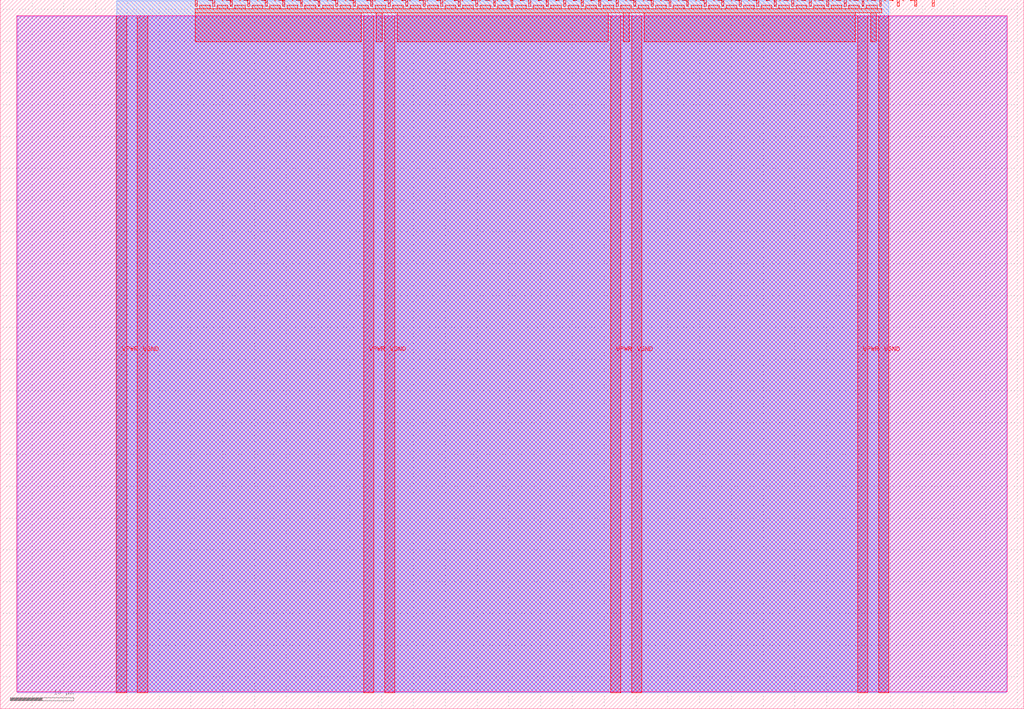
<source format=lef>
VERSION 5.7 ;
  NOWIREEXTENSIONATPIN ON ;
  DIVIDERCHAR "/" ;
  BUSBITCHARS "[]" ;
MACRO tt_um_wokwi_442977461173659649
  CLASS BLOCK ;
  FOREIGN tt_um_wokwi_442977461173659649 ;
  ORIGIN 0.000 0.000 ;
  SIZE 161.000 BY 111.520 ;
  PIN VGND
    DIRECTION INOUT ;
    USE GROUND ;
    PORT
      LAYER met4 ;
        RECT 21.580 2.480 23.180 109.040 ;
    END
    PORT
      LAYER met4 ;
        RECT 60.450 2.480 62.050 109.040 ;
    END
    PORT
      LAYER met4 ;
        RECT 99.320 2.480 100.920 109.040 ;
    END
    PORT
      LAYER met4 ;
        RECT 138.190 2.480 139.790 109.040 ;
    END
  END VGND
  PIN VPWR
    DIRECTION INOUT ;
    USE POWER ;
    PORT
      LAYER met4 ;
        RECT 18.280 2.480 19.880 109.040 ;
    END
    PORT
      LAYER met4 ;
        RECT 57.150 2.480 58.750 109.040 ;
    END
    PORT
      LAYER met4 ;
        RECT 96.020 2.480 97.620 109.040 ;
    END
    PORT
      LAYER met4 ;
        RECT 134.890 2.480 136.490 109.040 ;
    END
  END VPWR
  PIN clk
    DIRECTION INPUT ;
    USE SIGNAL ;
    PORT
      LAYER met4 ;
        RECT 143.830 110.520 144.130 111.520 ;
    END
  END clk
  PIN ena
    DIRECTION INPUT ;
    USE SIGNAL ;
    PORT
      LAYER met4 ;
        RECT 146.590 110.520 146.890 111.520 ;
    END
  END ena
  PIN rst_n
    DIRECTION INPUT ;
    USE SIGNAL ;
    PORT
      LAYER met4 ;
        RECT 141.070 110.520 141.370 111.520 ;
    END
  END rst_n
  PIN ui_in[0]
    DIRECTION INPUT ;
    USE SIGNAL ;
    ANTENNAGATEAREA 0.196500 ;
    PORT
      LAYER met4 ;
        RECT 138.310 110.520 138.610 111.520 ;
    END
  END ui_in[0]
  PIN ui_in[1]
    DIRECTION INPUT ;
    USE SIGNAL ;
    ANTENNAGATEAREA 0.196500 ;
    PORT
      LAYER met4 ;
        RECT 135.550 110.520 135.850 111.520 ;
    END
  END ui_in[1]
  PIN ui_in[2]
    DIRECTION INPUT ;
    USE SIGNAL ;
    ANTENNAGATEAREA 0.196500 ;
    PORT
      LAYER met4 ;
        RECT 132.790 110.520 133.090 111.520 ;
    END
  END ui_in[2]
  PIN ui_in[3]
    DIRECTION INPUT ;
    USE SIGNAL ;
    ANTENNAGATEAREA 0.196500 ;
    PORT
      LAYER met4 ;
        RECT 130.030 110.520 130.330 111.520 ;
    END
  END ui_in[3]
  PIN ui_in[4]
    DIRECTION INPUT ;
    USE SIGNAL ;
    ANTENNAGATEAREA 0.196500 ;
    PORT
      LAYER met4 ;
        RECT 127.270 110.520 127.570 111.520 ;
    END
  END ui_in[4]
  PIN ui_in[5]
    DIRECTION INPUT ;
    USE SIGNAL ;
    ANTENNAGATEAREA 0.196500 ;
    PORT
      LAYER met4 ;
        RECT 124.510 110.520 124.810 111.520 ;
    END
  END ui_in[5]
  PIN ui_in[6]
    DIRECTION INPUT ;
    USE SIGNAL ;
    ANTENNAGATEAREA 0.196500 ;
    PORT
      LAYER met4 ;
        RECT 121.750 110.520 122.050 111.520 ;
    END
  END ui_in[6]
  PIN ui_in[7]
    DIRECTION INPUT ;
    USE SIGNAL ;
    ANTENNAGATEAREA 0.159000 ;
    PORT
      LAYER met4 ;
        RECT 118.990 110.520 119.290 111.520 ;
    END
  END ui_in[7]
  PIN uio_in[0]
    DIRECTION INPUT ;
    USE SIGNAL ;
    PORT
      LAYER met4 ;
        RECT 116.230 110.520 116.530 111.520 ;
    END
  END uio_in[0]
  PIN uio_in[1]
    DIRECTION INPUT ;
    USE SIGNAL ;
    PORT
      LAYER met4 ;
        RECT 113.470 110.520 113.770 111.520 ;
    END
  END uio_in[1]
  PIN uio_in[2]
    DIRECTION INPUT ;
    USE SIGNAL ;
    PORT
      LAYER met4 ;
        RECT 110.710 110.520 111.010 111.520 ;
    END
  END uio_in[2]
  PIN uio_in[3]
    DIRECTION INPUT ;
    USE SIGNAL ;
    PORT
      LAYER met4 ;
        RECT 107.950 110.520 108.250 111.520 ;
    END
  END uio_in[3]
  PIN uio_in[4]
    DIRECTION INPUT ;
    USE SIGNAL ;
    PORT
      LAYER met4 ;
        RECT 105.190 110.520 105.490 111.520 ;
    END
  END uio_in[4]
  PIN uio_in[5]
    DIRECTION INPUT ;
    USE SIGNAL ;
    PORT
      LAYER met4 ;
        RECT 102.430 110.520 102.730 111.520 ;
    END
  END uio_in[5]
  PIN uio_in[6]
    DIRECTION INPUT ;
    USE SIGNAL ;
    PORT
      LAYER met4 ;
        RECT 99.670 110.520 99.970 111.520 ;
    END
  END uio_in[6]
  PIN uio_in[7]
    DIRECTION INPUT ;
    USE SIGNAL ;
    PORT
      LAYER met4 ;
        RECT 96.910 110.520 97.210 111.520 ;
    END
  END uio_in[7]
  PIN uio_oe[0]
    DIRECTION OUTPUT ;
    USE SIGNAL ;
    PORT
      LAYER met4 ;
        RECT 49.990 110.520 50.290 111.520 ;
    END
  END uio_oe[0]
  PIN uio_oe[1]
    DIRECTION OUTPUT ;
    USE SIGNAL ;
    PORT
      LAYER met4 ;
        RECT 47.230 110.520 47.530 111.520 ;
    END
  END uio_oe[1]
  PIN uio_oe[2]
    DIRECTION OUTPUT ;
    USE SIGNAL ;
    PORT
      LAYER met4 ;
        RECT 44.470 110.520 44.770 111.520 ;
    END
  END uio_oe[2]
  PIN uio_oe[3]
    DIRECTION OUTPUT ;
    USE SIGNAL ;
    PORT
      LAYER met4 ;
        RECT 41.710 110.520 42.010 111.520 ;
    END
  END uio_oe[3]
  PIN uio_oe[4]
    DIRECTION OUTPUT ;
    USE SIGNAL ;
    PORT
      LAYER met4 ;
        RECT 38.950 110.520 39.250 111.520 ;
    END
  END uio_oe[4]
  PIN uio_oe[5]
    DIRECTION OUTPUT ;
    USE SIGNAL ;
    PORT
      LAYER met4 ;
        RECT 36.190 110.520 36.490 111.520 ;
    END
  END uio_oe[5]
  PIN uio_oe[6]
    DIRECTION OUTPUT ;
    USE SIGNAL ;
    PORT
      LAYER met4 ;
        RECT 33.430 110.520 33.730 111.520 ;
    END
  END uio_oe[6]
  PIN uio_oe[7]
    DIRECTION OUTPUT ;
    USE SIGNAL ;
    PORT
      LAYER met4 ;
        RECT 30.670 110.520 30.970 111.520 ;
    END
  END uio_oe[7]
  PIN uio_out[0]
    DIRECTION OUTPUT ;
    USE SIGNAL ;
    PORT
      LAYER met4 ;
        RECT 72.070 110.520 72.370 111.520 ;
    END
  END uio_out[0]
  PIN uio_out[1]
    DIRECTION OUTPUT ;
    USE SIGNAL ;
    PORT
      LAYER met4 ;
        RECT 69.310 110.520 69.610 111.520 ;
    END
  END uio_out[1]
  PIN uio_out[2]
    DIRECTION OUTPUT ;
    USE SIGNAL ;
    PORT
      LAYER met4 ;
        RECT 66.550 110.520 66.850 111.520 ;
    END
  END uio_out[2]
  PIN uio_out[3]
    DIRECTION OUTPUT ;
    USE SIGNAL ;
    PORT
      LAYER met4 ;
        RECT 63.790 110.520 64.090 111.520 ;
    END
  END uio_out[3]
  PIN uio_out[4]
    DIRECTION OUTPUT ;
    USE SIGNAL ;
    PORT
      LAYER met4 ;
        RECT 61.030 110.520 61.330 111.520 ;
    END
  END uio_out[4]
  PIN uio_out[5]
    DIRECTION OUTPUT ;
    USE SIGNAL ;
    PORT
      LAYER met4 ;
        RECT 58.270 110.520 58.570 111.520 ;
    END
  END uio_out[5]
  PIN uio_out[6]
    DIRECTION OUTPUT ;
    USE SIGNAL ;
    PORT
      LAYER met4 ;
        RECT 55.510 110.520 55.810 111.520 ;
    END
  END uio_out[6]
  PIN uio_out[7]
    DIRECTION OUTPUT ;
    USE SIGNAL ;
    PORT
      LAYER met4 ;
        RECT 52.750 110.520 53.050 111.520 ;
    END
  END uio_out[7]
  PIN uo_out[0]
    DIRECTION OUTPUT ;
    USE SIGNAL ;
    ANTENNADIFFAREA 0.795200 ;
    PORT
      LAYER met4 ;
        RECT 94.150 110.520 94.450 111.520 ;
    END
  END uo_out[0]
  PIN uo_out[1]
    DIRECTION OUTPUT ;
    USE SIGNAL ;
    ANTENNADIFFAREA 0.445500 ;
    PORT
      LAYER met4 ;
        RECT 91.390 110.520 91.690 111.520 ;
    END
  END uo_out[1]
  PIN uo_out[2]
    DIRECTION OUTPUT ;
    USE SIGNAL ;
    ANTENNADIFFAREA 0.795200 ;
    PORT
      LAYER met4 ;
        RECT 88.630 110.520 88.930 111.520 ;
    END
  END uo_out[2]
  PIN uo_out[3]
    DIRECTION OUTPUT ;
    USE SIGNAL ;
    PORT
      LAYER met4 ;
        RECT 85.870 110.520 86.170 111.520 ;
    END
  END uo_out[3]
  PIN uo_out[4]
    DIRECTION OUTPUT ;
    USE SIGNAL ;
    PORT
      LAYER met4 ;
        RECT 83.110 110.520 83.410 111.520 ;
    END
  END uo_out[4]
  PIN uo_out[5]
    DIRECTION OUTPUT ;
    USE SIGNAL ;
    ANTENNADIFFAREA 0.445500 ;
    PORT
      LAYER met4 ;
        RECT 80.350 110.520 80.650 111.520 ;
    END
  END uo_out[5]
  PIN uo_out[6]
    DIRECTION OUTPUT ;
    USE SIGNAL ;
    ANTENNADIFFAREA 0.445500 ;
    PORT
      LAYER met4 ;
        RECT 77.590 110.520 77.890 111.520 ;
    END
  END uo_out[6]
  PIN uo_out[7]
    DIRECTION OUTPUT ;
    USE SIGNAL ;
    ANTENNADIFFAREA 0.445500 ;
    PORT
      LAYER met4 ;
        RECT 74.830 110.520 75.130 111.520 ;
    END
  END uo_out[7]
  OBS
      LAYER nwell ;
        RECT 2.570 2.635 158.430 108.990 ;
      LAYER li1 ;
        RECT 2.760 2.635 158.240 108.885 ;
      LAYER met1 ;
        RECT 2.760 2.480 158.240 109.040 ;
      LAYER met2 ;
        RECT 18.310 2.535 139.760 111.365 ;
      LAYER met3 ;
        RECT 18.290 2.555 139.780 111.345 ;
      LAYER met4 ;
        RECT 31.370 110.120 33.030 110.665 ;
        RECT 34.130 110.120 35.790 110.665 ;
        RECT 36.890 110.120 38.550 110.665 ;
        RECT 39.650 110.120 41.310 110.665 ;
        RECT 42.410 110.120 44.070 110.665 ;
        RECT 45.170 110.120 46.830 110.665 ;
        RECT 47.930 110.120 49.590 110.665 ;
        RECT 50.690 110.120 52.350 110.665 ;
        RECT 53.450 110.120 55.110 110.665 ;
        RECT 56.210 110.120 57.870 110.665 ;
        RECT 58.970 110.120 60.630 110.665 ;
        RECT 61.730 110.120 63.390 110.665 ;
        RECT 64.490 110.120 66.150 110.665 ;
        RECT 67.250 110.120 68.910 110.665 ;
        RECT 70.010 110.120 71.670 110.665 ;
        RECT 72.770 110.120 74.430 110.665 ;
        RECT 75.530 110.120 77.190 110.665 ;
        RECT 78.290 110.120 79.950 110.665 ;
        RECT 81.050 110.120 82.710 110.665 ;
        RECT 83.810 110.120 85.470 110.665 ;
        RECT 86.570 110.120 88.230 110.665 ;
        RECT 89.330 110.120 90.990 110.665 ;
        RECT 92.090 110.120 93.750 110.665 ;
        RECT 94.850 110.120 96.510 110.665 ;
        RECT 97.610 110.120 99.270 110.665 ;
        RECT 100.370 110.120 102.030 110.665 ;
        RECT 103.130 110.120 104.790 110.665 ;
        RECT 105.890 110.120 107.550 110.665 ;
        RECT 108.650 110.120 110.310 110.665 ;
        RECT 111.410 110.120 113.070 110.665 ;
        RECT 114.170 110.120 115.830 110.665 ;
        RECT 116.930 110.120 118.590 110.665 ;
        RECT 119.690 110.120 121.350 110.665 ;
        RECT 122.450 110.120 124.110 110.665 ;
        RECT 125.210 110.120 126.870 110.665 ;
        RECT 127.970 110.120 129.630 110.665 ;
        RECT 130.730 110.120 132.390 110.665 ;
        RECT 133.490 110.120 135.150 110.665 ;
        RECT 136.250 110.120 137.910 110.665 ;
        RECT 30.655 109.440 138.625 110.120 ;
        RECT 30.655 104.895 56.750 109.440 ;
        RECT 59.150 104.895 60.050 109.440 ;
        RECT 62.450 104.895 95.620 109.440 ;
        RECT 98.020 104.895 98.920 109.440 ;
        RECT 101.320 104.895 134.490 109.440 ;
        RECT 136.890 104.895 137.790 109.440 ;
  END
END tt_um_wokwi_442977461173659649
END LIBRARY


</source>
